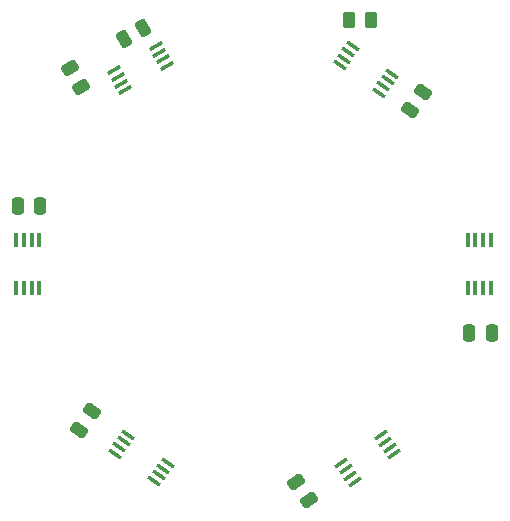
<source format=gbr>
%TF.GenerationSoftware,KiCad,Pcbnew,8.0.6*%
%TF.CreationDate,2024-10-25T13:16:03-07:00*%
%TF.ProjectId,Thermistor Ring,54686572-6d69-4737-946f-722052696e67,rev?*%
%TF.SameCoordinates,Original*%
%TF.FileFunction,Paste,Top*%
%TF.FilePolarity,Positive*%
%FSLAX46Y46*%
G04 Gerber Fmt 4.6, Leading zero omitted, Abs format (unit mm)*
G04 Created by KiCad (PCBNEW 8.0.6) date 2024-10-25 13:16:03*
%MOMM*%
%LPD*%
G01*
G04 APERTURE LIST*
G04 Aperture macros list*
%AMRoundRect*
0 Rectangle with rounded corners*
0 $1 Rounding radius*
0 $2 $3 $4 $5 $6 $7 $8 $9 X,Y pos of 4 corners*
0 Add a 4 corners polygon primitive as box body*
4,1,4,$2,$3,$4,$5,$6,$7,$8,$9,$2,$3,0*
0 Add four circle primitives for the rounded corners*
1,1,$1+$1,$2,$3*
1,1,$1+$1,$4,$5*
1,1,$1+$1,$6,$7*
1,1,$1+$1,$8,$9*
0 Add four rect primitives between the rounded corners*
20,1,$1+$1,$2,$3,$4,$5,0*
20,1,$1+$1,$4,$5,$6,$7,0*
20,1,$1+$1,$6,$7,$8,$9,0*
20,1,$1+$1,$8,$9,$2,$3,0*%
%AMRotRect*
0 Rectangle, with rotation*
0 The origin of the aperture is its center*
0 $1 length*
0 $2 width*
0 $3 Rotation angle, in degrees counterclockwise*
0 Add horizontal line*
21,1,$1,$2,0,0,$3*%
G04 Aperture macros list end*
%ADD10RotRect,1.219200X0.320000X325.000000*%
%ADD11RotRect,1.219200X0.320000X145.000000*%
%ADD12RoundRect,0.250000X0.532491X0.067661X0.245703X0.477237X-0.532491X-0.067661X-0.245703X-0.477237X0*%
%ADD13RoundRect,0.250000X-0.020994X0.536362X-0.454006X0.286362X0.020994X-0.536362X0.454006X-0.286362X0*%
%ADD14RoundRect,0.250000X-0.250000X-0.475000X0.250000X-0.475000X0.250000X0.475000X-0.250000X0.475000X0*%
%ADD15RoundRect,0.250000X0.250000X0.475000X-0.250000X0.475000X-0.250000X-0.475000X0.250000X-0.475000X0*%
%ADD16RoundRect,0.250000X0.245703X-0.477237X0.532491X-0.067661X-0.245703X0.477237X-0.532491X0.067661X0*%
%ADD17RotRect,1.219200X0.320000X30.000000*%
%ADD18R,0.320000X1.219200*%
%ADD19RoundRect,0.250000X-0.520961X0.002332X-0.258461X-0.452332X0.520961X-0.002332X0.258461X0.452332X0*%
%ADD20RoundRect,0.250000X0.262500X0.450000X-0.262500X0.450000X-0.262500X-0.450000X0.262500X-0.450000X0*%
%ADD21RoundRect,0.250000X-0.245703X0.477237X-0.532491X0.067661X0.245703X-0.477237X0.532491X-0.067661X0*%
%ADD22RotRect,1.219200X0.320000X215.000000*%
G04 APERTURE END LIST*
D10*
%TO.C,U7*%
X82124310Y-38522819D03*
X81751487Y-39055266D03*
X81378661Y-39587716D03*
X81005837Y-40120164D03*
X84355678Y-42465747D03*
X84728501Y-41933300D03*
X85101327Y-41400850D03*
X85474151Y-40868402D03*
%TD*%
D11*
%TO.C,U6*%
X65331066Y-75390892D03*
X65703889Y-74858445D03*
X66076715Y-74325995D03*
X66449539Y-73793547D03*
X63099698Y-71447964D03*
X62726875Y-71980411D03*
X62354049Y-72512861D03*
X61981225Y-73045309D03*
%TD*%
D12*
%TO.C,C1*%
X78441053Y-76960124D03*
X77351257Y-75403736D03*
%TD*%
D13*
%TO.C,C3*%
X64409482Y-37007975D03*
X62764034Y-37957975D03*
%TD*%
D14*
%TO.C,C2*%
X53789691Y-52108270D03*
X55689691Y-52108270D03*
%TD*%
D15*
%TO.C,C6*%
X93904426Y-62792212D03*
X92004426Y-62792212D03*
%TD*%
D16*
%TO.C,C5*%
X58929095Y-71019946D03*
X60018891Y-69463558D03*
%TD*%
D17*
%TO.C,U2*%
X61896282Y-40575584D03*
X62221281Y-41138499D03*
X62546282Y-41701417D03*
X62871281Y-42264332D03*
X66412806Y-40219632D03*
X66087807Y-39656717D03*
X65762806Y-39093799D03*
X65437807Y-38530884D03*
%TD*%
D18*
%TO.C,U5*%
X93816207Y-54962327D03*
X93166209Y-54962327D03*
X92516207Y-54962327D03*
X91866209Y-54962327D03*
X91866209Y-59051727D03*
X92516207Y-59051727D03*
X93166209Y-59051727D03*
X93816207Y-59051727D03*
%TD*%
D19*
%TO.C,R3*%
X58199024Y-40410103D03*
X59111524Y-41990599D03*
%TD*%
D20*
%TO.C,R2*%
X83671153Y-36356930D03*
X81846153Y-36356930D03*
%TD*%
D21*
%TO.C,C4*%
X88093928Y-42426502D03*
X87004132Y-43982890D03*
%TD*%
D18*
%TO.C,U3*%
X53639195Y-59004942D03*
X54289193Y-59004942D03*
X54939195Y-59004942D03*
X55589193Y-59004942D03*
X55589193Y-54915542D03*
X54939195Y-54915542D03*
X54289193Y-54915542D03*
X53639195Y-54915542D03*
%TD*%
D22*
%TO.C,U4*%
X85626557Y-73084126D03*
X85253733Y-72551678D03*
X84880907Y-72019228D03*
X84508084Y-71486781D03*
X81158243Y-73832364D03*
X81531067Y-74364812D03*
X81903893Y-74897262D03*
X82276716Y-75429709D03*
%TD*%
M02*

</source>
